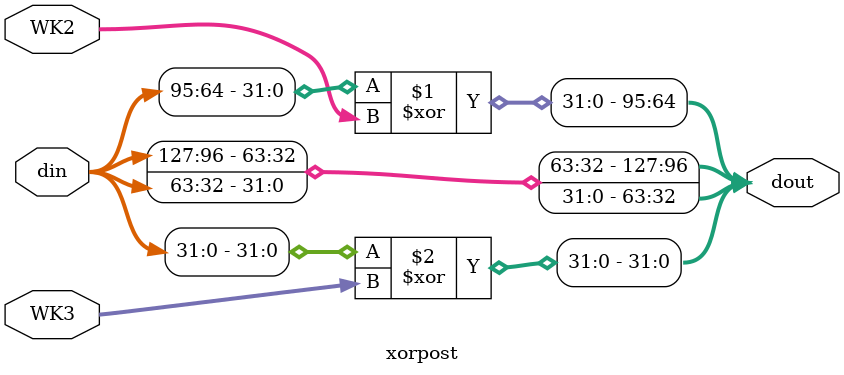
<source format=v>
module xorpost(
input           [127:0]     din,  //data in
input           [ 31:0]     WK2,
input           [ 31:0]     WK3,
output          [127:0]     dout  //data out
);

assign dout[127:96] = din[127:96];
assign dout[ 95:64] = din[ 95:64] ^ WK2;
assign dout[ 63:32] = din[ 63:32];
assign dout[ 31: 0] = din[ 31: 0] ^ WK3;

endmodule
</source>
